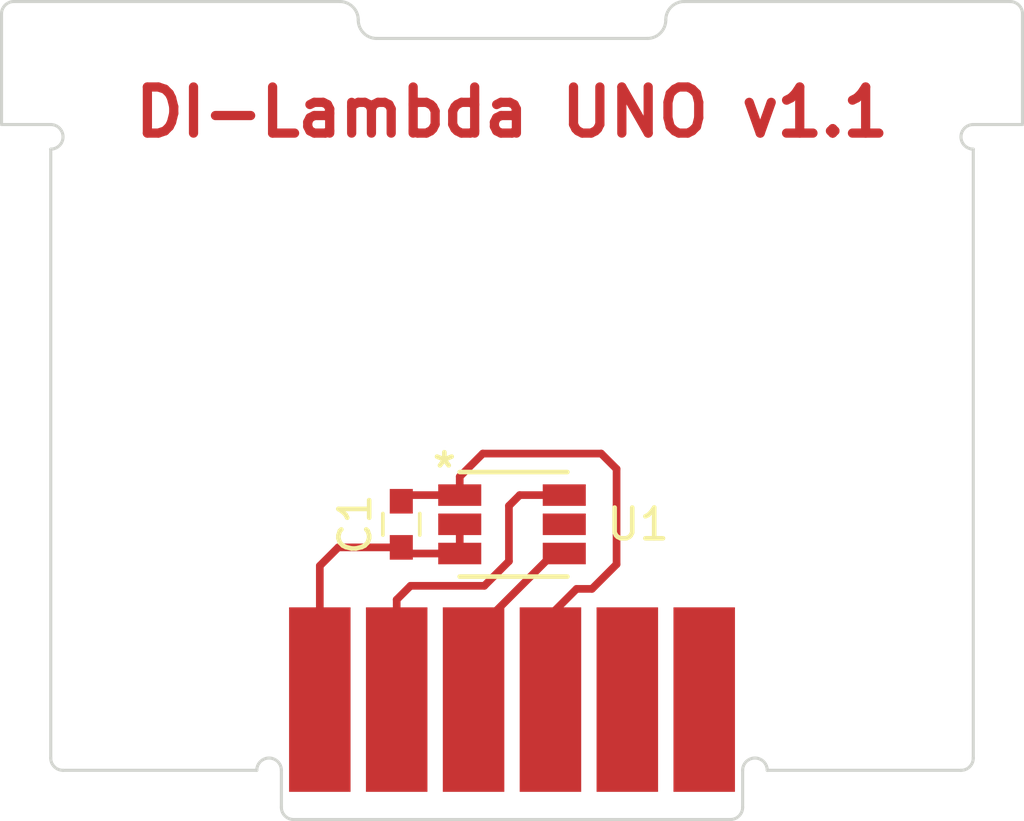
<source format=kicad_pcb>
(kicad_pcb (version 20170123) (host pcbnew "(2017-09-07 revision 3b08636)-master")

  (general
    (thickness 1.6)
    (drawings 32)
    (tracks 27)
    (zones 0)
    (modules 3)
    (nets 8)
  )

  (page A4)
  (layers
    (0 F.Cu signal)
    (31 B.Cu signal)
    (32 B.Adhes user)
    (33 F.Adhes user)
    (34 B.Paste user)
    (35 F.Paste user)
    (36 B.SilkS user)
    (37 F.SilkS user)
    (38 B.Mask user)
    (39 F.Mask user)
    (40 Dwgs.User user)
    (41 Cmts.User user)
    (42 Eco1.User user)
    (43 Eco2.User user)
    (44 Edge.Cuts user)
    (45 Margin user)
    (46 B.CrtYd user)
    (47 F.CrtYd user)
    (48 B.Fab user)
    (49 F.Fab user)
  )

  (setup
    (last_trace_width 0.25)
    (trace_clearance 0.2)
    (zone_clearance 0.508)
    (zone_45_only no)
    (trace_min 0.2)
    (segment_width 0.2)
    (edge_width 0.2)
    (via_size 0.8)
    (via_drill 0.4)
    (via_min_size 0.4)
    (via_min_drill 0.3)
    (uvia_size 0.3)
    (uvia_drill 0.1)
    (uvias_allowed no)
    (uvia_min_size 0.2)
    (uvia_min_drill 0.1)
    (pcb_text_width 0.3)
    (pcb_text_size 1.5 1.5)
    (mod_edge_width 0.15)
    (mod_text_size 1 1)
    (mod_text_width 0.15)
    (pad_size 1.524 1.524)
    (pad_drill 0.762)
    (pad_to_mask_clearance 0.2)
    (aux_axis_origin 143.4 67)
    (grid_origin 152.7 92)
    (visible_elements FFFFFF7F)
    (pcbplotparams
      (layerselection 0x000f0_7fffffff)
      (usegerberextensions true)
      (usegerberattributes true)
      (usegerberadvancedattributes true)
      (creategerberjobfile true)
      (excludeedgelayer false)
      (linewidth 0.100000)
      (plotframeref false)
      (viasonmask false)
      (mode 1)
      (useauxorigin true)
      (hpglpennumber 1)
      (hpglpenspeed 20)
      (hpglpendiameter 15)
      (psnegative false)
      (psa4output false)
      (plotreference true)
      (plotvalue true)
      (plotinvisibletext false)
      (padsonsilk false)
      (subtractmaskfromsilk false)
      (outputformat 1)
      (mirror false)
      (drillshape 0)
      (scaleselection 1)
      (outputdirectory DI-Lambda-UNO-panel-TSL2561-v1.0-gerbers-20170824/))
  )

  (net 0 "")
  (net 1 /VCC)
  (net 2 GND)
  (net 3 /SCL)
  (net 4 "Net-(U1-Pad5)")
  (net 5 /SDA)
  (net 6 "Net-(J1-Pad5)")
  (net 7 "Net-(J1-Pad6)")

  (net_class Default "This is the default net class."
    (clearance 0.2)
    (trace_width 0.25)
    (via_dia 0.8)
    (via_drill 0.4)
    (uvia_dia 0.3)
    (uvia_drill 0.1)
    (add_net /SCL)
    (add_net /SDA)
    (add_net /VCC)
    (add_net GND)
    (add_net "Net-(J1-Pad5)")
    (add_net "Net-(J1-Pad6)")
    (add_net "Net-(U1-Pad5)")
  )

  (module Spring-contact-connector-2:Contact-2.5x6 (layer F.Cu) (tedit 59ED5B97) (tstamp 59FD5CD9)
    (at 160 90.7)
    (path /59A86E68)
    (fp_text reference J1 (at -0.6 0.1) (layer F.SilkS) hide
      (effects (font (size 1 1) (thickness 0.15)))
    )
    (fp_text value Conn_01X06 (at 0 1.5) (layer F.Fab)
      (effects (font (size 1 1) (thickness 0.15)))
    )
    (pad 6 smd rect (at 6.25 -1) (size 2 6) (layers F.Cu F.Paste F.Mask)
      (net 7 "Net-(J1-Pad6)"))
    (pad 5 smd rect (at 3.75 -1) (size 2 6) (layers F.Cu F.Paste F.Mask)
      (net 6 "Net-(J1-Pad5)"))
    (pad 4 smd rect (at 1.25 -1) (size 2 6) (layers F.Cu F.Paste F.Mask)
      (net 1 /VCC))
    (pad 3 smd rect (at -1.25 -1) (size 2 6) (layers F.Cu F.Paste F.Mask)
      (net 3 /SCL))
    (pad 2 smd rect (at -3.75 -1) (size 2 6) (layers F.Cu F.Paste F.Mask)
      (net 5 /SDA))
    (pad 1 smd rect (at -6.25 -1) (size 2 6) (layers F.Cu F.Paste F.Mask)
      (net 2 GND))
  )

  (module Capacitors_SMD:C_0603 (layer F.Cu) (tedit 5415D631) (tstamp 59FD5CE9)
    (at 156.4 84 270)
    (descr "Capacitor SMD 0603, reflow soldering, AVX (see smccp.pdf)")
    (tags "capacitor 0603")
    (path /59A87334)
    (attr smd)
    (fp_text reference C1 (at 0 1.5 270) (layer F.SilkS)
      (effects (font (size 1 1) (thickness 0.15)))
    )
    (fp_text value C_Small (at 0 1.9 270) (layer F.Fab)
      (effects (font (size 1 1) (thickness 0.15)))
    )
    (fp_line (start 0.35 0.6) (end -0.35 0.6) (layer F.SilkS) (width 0.12))
    (fp_line (start -0.35 -0.6) (end 0.35 -0.6) (layer F.SilkS) (width 0.12))
    (fp_line (start 1.45 -0.75) (end 1.45 0.75) (layer F.CrtYd) (width 0.05))
    (fp_line (start -1.45 -0.75) (end -1.45 0.75) (layer F.CrtYd) (width 0.05))
    (fp_line (start -1.45 0.75) (end 1.45 0.75) (layer F.CrtYd) (width 0.05))
    (fp_line (start -1.45 -0.75) (end 1.45 -0.75) (layer F.CrtYd) (width 0.05))
    (fp_line (start -0.8 -0.4) (end 0.8 -0.4) (layer F.Fab) (width 0.1))
    (fp_line (start 0.8 -0.4) (end 0.8 0.4) (layer F.Fab) (width 0.1))
    (fp_line (start 0.8 0.4) (end -0.8 0.4) (layer F.Fab) (width 0.1))
    (fp_line (start -0.8 0.4) (end -0.8 -0.4) (layer F.Fab) (width 0.1))
    (pad 2 smd rect (at 0.75 0 270) (size 0.8 0.75) (layers F.Cu F.Paste F.Mask)
      (net 2 GND))
    (pad 1 smd rect (at -0.75 0 270) (size 0.8 0.75) (layers F.Cu F.Paste F.Mask)
      (net 1 /VCC))
    (model Capacitors_SMD.3dshapes/C_0603.wrl
      (at (xyz 0 0 0))
      (scale (xyz 1 1 1))
      (rotate (xyz 0 0 0))
    )
  )

  (module TMB:TMB-6 (layer F.Cu) (tedit 55C9913D) (tstamp 59FD5CCF)
    (at 160 84)
    (path /59A86D69)
    (fp_text reference U1 (at 4.1 0) (layer F.SilkS)
      (effects (font (size 1 1) (thickness 0.15)))
    )
    (fp_text value TSL2561 (at -0.05 -3.25) (layer F.Fab)
      (effects (font (size 1 1) (thickness 0.15)))
    )
    (fp_text user * (at -2.2 -1.8) (layer F.SilkS)
      (effects (font (size 1 1) (thickness 0.15)))
    )
    (fp_line (start -1.7 1.7) (end 1.8 1.7) (layer F.SilkS) (width 0.15))
    (fp_line (start -1.7 -1.7) (end 1.8 -1.7) (layer F.SilkS) (width 0.15))
    (pad 1 smd rect (at -1.7 -0.95) (size 1.4 0.7) (layers F.Cu F.Paste F.Mask)
      (net 1 /VCC))
    (pad 2 smd rect (at -1.7 0) (size 1.4 0.7) (layers F.Cu F.Paste F.Mask)
      (net 2 GND))
    (pad 3 smd rect (at -1.7 0.95) (size 1.4 0.7) (layers F.Cu F.Paste F.Mask)
      (net 2 GND))
    (pad 4 smd rect (at 1.7 0.95) (size 1.4 0.7) (layers F.Cu F.Paste F.Mask)
      (net 3 /SCL))
    (pad 5 smd rect (at 1.7 0) (size 1.4 0.7) (layers F.Cu F.Paste F.Mask)
      (net 4 "Net-(U1-Pad5)"))
    (pad 6 smd rect (at 1.7 -0.95) (size 1.4 0.7) (layers F.Cu F.Paste F.Mask)
      (net 5 /SDA))
  )

  (gr_text "DI-Lambda UNO v1.1" (at 160 70.6) (layer F.Cu)
    (effects (font (size 1.5 1.5) (thickness 0.3)))
  )
  (dimension 4 (width 0.3) (layer Eco1.User)
    (gr_text "4.000 mm" (at 168.75 90 90) (layer Eco1.User) (tstamp 59ED5BFB)
      (effects (font (size 1.5 1.5) (thickness 0.3)))
    )
    (feature1 (pts (xy 151.7 88) (xy 170.1 88)))
    (feature2 (pts (xy 151.7 92) (xy 170.1 92)))
    (crossbar (pts (xy 167.4 92) (xy 167.4 88)))
    (arrow1a (pts (xy 167.4 88) (xy 167.986421 89.126504)))
    (arrow1b (pts (xy 167.4 88) (xy 166.813579 89.126504)))
    (arrow2a (pts (xy 167.4 92) (xy 167.986421 90.873496)))
    (arrow2b (pts (xy 167.4 92) (xy 166.813579 90.873496)))
  )
  (dimension 8 (width 0.3) (layer Eco1.User)
    (gr_text "8.000 mm" (at 166.05 88 90) (layer Eco1.User) (tstamp 59ED5BFC)
      (effects (font (size 1.5 1.5) (thickness 0.3)))
    )
    (feature1 (pts (xy 151.7 84) (xy 167.4 84)))
    (feature2 (pts (xy 151.7 92) (xy 167.4 92)))
    (crossbar (pts (xy 164.7 92) (xy 164.7 84)))
    (arrow1a (pts (xy 164.7 84) (xy 165.286421 85.126504)))
    (arrow1b (pts (xy 164.7 84) (xy 164.113579 85.126504)))
    (arrow2a (pts (xy 164.7 92) (xy 165.286421 90.873496)))
    (arrow2b (pts (xy 164.7 92) (xy 164.113579 90.873496)))
  )
  (dimension 7.5 (width 0.3) (layer Eco1.User)
    (gr_text "7.500 mm" (at 156.25 77.55) (layer Eco1.User) (tstamp 59ED5BFD)
      (effects (font (size 1.5 1.5) (thickness 0.3)))
    )
    (feature1 (pts (xy 160 92.1) (xy 160 76.2)))
    (feature2 (pts (xy 152.5 92.1) (xy 152.5 76.2)))
    (crossbar (pts (xy 152.5 78.9) (xy 160 78.9)))
    (arrow1a (pts (xy 160 78.9) (xy 158.873496 79.486421)))
    (arrow1b (pts (xy 160 78.9) (xy 158.873496 78.313579)))
    (arrow2a (pts (xy 152.5 78.9) (xy 153.626504 79.486421)))
    (arrow2b (pts (xy 152.5 78.9) (xy 153.626504 78.313579)))
  )
  (gr_arc (start 175 71.4) (end 175 71.8) (angle 180) (layer Edge.Cuts) (width 0.1) (tstamp 599B4199))
  (gr_arc (start 145 71.4) (end 145 71) (angle 180) (layer Edge.Cuts) (width 0.1) (tstamp 599B4195))
  (gr_arc (start 176.2 67.4) (end 176.2 67) (angle 90) (layer Edge.Cuts) (width 0.1) (tstamp 599B4161))
  (gr_arc (start 143.8 67.4) (end 143.4 67.4) (angle 90) (layer Edge.Cuts) (width 0.1) (tstamp 599B362C))
  (gr_arc (start 174.6 91.6) (end 175 91.6) (angle 90) (layer Edge.Cuts) (width 0.1) (tstamp 599B361A))
  (gr_arc (start 145.4 91.6) (end 145.4 92) (angle 90) (layer Edge.Cuts) (width 0.1) (tstamp 599B360F))
  (gr_arc (start 167.1 93.2) (end 167.5 93.2) (angle 90) (layer Edge.Cuts) (width 0.1) (tstamp 599B3600))
  (gr_arc (start 152.9 93.2) (end 152.9 93.6) (angle 90) (layer Edge.Cuts) (width 0.1) (tstamp 599B35F4))
  (gr_arc (start 167.9 92) (end 167.5 92) (angle 180) (layer Edge.Cuts) (width 0.1) (tstamp 599B35E7))
  (gr_arc (start 152.1 92) (end 151.7 92) (angle 180) (layer Edge.Cuts) (width 0.1) (tstamp 599B35D7))
  (gr_arc (start 164.4 67.6) (end 165 67.6) (angle 90) (layer Edge.Cuts) (width 0.1) (tstamp 599B35B5))
  (gr_arc (start 165.6 67.6) (end 165 67.6) (angle 90) (layer Edge.Cuts) (width 0.1) (tstamp 599B35AF))
  (gr_arc (start 154.4 67.6) (end 154.4 67) (angle 90) (layer Edge.Cuts) (width 0.1) (tstamp 599B356A))
  (gr_arc (start 155.6 67.6) (end 155.6 68.2) (angle 90) (layer Edge.Cuts) (width 0.1))
  (gr_line (start 175 91.6) (end 175 71.8) (layer Edge.Cuts) (width 0.1))
  (gr_line (start 154.4 67) (end 143.8 67) (layer Edge.Cuts) (width 0.1))
  (gr_line (start 175 71) (end 176.6 71) (layer Edge.Cuts) (width 0.1))
  (gr_line (start 145 91.6) (end 145 71.8) (layer Edge.Cuts) (width 0.1))
  (gr_line (start 174.6 92) (end 168.3 92) (layer Edge.Cuts) (width 0.1))
  (gr_line (start 176.6 67.4) (end 176.6 71) (layer Edge.Cuts) (width 0.1))
  (gr_line (start 167.5 93.2) (end 167.5 92) (layer Edge.Cuts) (width 0.1))
  (gr_line (start 152.9 93.6) (end 167.1 93.6) (layer Edge.Cuts) (width 0.1))
  (gr_line (start 143.4 71) (end 143.4 67.4) (layer Edge.Cuts) (width 0.1))
  (gr_line (start 145 71) (end 143.4 71) (layer Edge.Cuts) (width 0.1))
  (gr_line (start 152.5 92) (end 152.5 93.2) (layer Edge.Cuts) (width 0.1))
  (gr_line (start 145.4 92) (end 151.7 92) (layer Edge.Cuts) (width 0.1))
  (gr_line (start 176.2 67) (end 165.6 67) (layer Edge.Cuts) (width 0.1))
  (gr_line (start 155.6 68.2) (end 164.4 68.2) (layer Edge.Cuts) (width 0.1))

  (segment (start 158.3 83.05) (end 158.3 82.45) (width 0.25) (layer F.Cu) (net 1))
  (segment (start 158.3 82.45) (end 159.05 81.7) (width 0.25) (layer F.Cu) (net 1))
  (segment (start 159.05 81.7) (end 162.9 81.7) (width 0.25) (layer F.Cu) (net 1))
  (segment (start 162.9 81.7) (end 163.4 82.2) (width 0.25) (layer F.Cu) (net 1))
  (segment (start 163.4 82.2) (end 163.4 85.3) (width 0.25) (layer F.Cu) (net 1))
  (segment (start 163.4 85.3) (end 162.6 86.1) (width 0.25) (layer F.Cu) (net 1))
  (segment (start 162.6 86.1) (end 162.1 86.1) (width 0.25) (layer F.Cu) (net 1))
  (segment (start 162.1 86.1) (end 161.25 86.95) (width 0.25) (layer F.Cu) (net 1))
  (segment (start 161.25 86.95) (end 161.25 88.2) (width 0.25) (layer F.Cu) (net 1))
  (segment (start 158.3 83.05) (end 156.6 83.05) (width 0.25) (layer F.Cu) (net 1))
  (segment (start 156.6 83.05) (end 156.4 83.25) (width 0.25) (layer F.Cu) (net 1))
  (segment (start 158.3 84.95) (end 156.6 84.95) (width 0.25) (layer F.Cu) (net 2))
  (segment (start 156.6 84.95) (end 156.4 84.75) (width 0.25) (layer F.Cu) (net 2))
  (segment (start 158.3 84) (end 158.3 84.95) (width 0.25) (layer F.Cu) (net 2))
  (segment (start 154.35 84.75) (end 153.75 85.35) (width 0.25) (layer F.Cu) (net 2))
  (segment (start 153.75 85.35) (end 153.75 88.2) (width 0.25) (layer F.Cu) (net 2))
  (segment (start 156.4 84.75) (end 154.35 84.75) (width 0.25) (layer F.Cu) (net 2))
  (segment (start 158.75 88.2) (end 158.75 87.55) (width 0.25) (layer F.Cu) (net 3))
  (segment (start 158.75 87.55) (end 161.35 84.95) (width 0.25) (layer F.Cu) (net 3))
  (segment (start 161.35 84.95) (end 161.7 84.95) (width 0.25) (layer F.Cu) (net 3))
  (segment (start 159.9 83.4) (end 160.25 83.05) (width 0.25) (layer F.Cu) (net 5))
  (segment (start 160.25 83.05) (end 161.7 83.05) (width 0.25) (layer F.Cu) (net 5))
  (segment (start 159.9 85.2) (end 159.9 83.4) (width 0.25) (layer F.Cu) (net 5))
  (segment (start 159.1 86) (end 159.9 85.2) (width 0.25) (layer F.Cu) (net 5))
  (segment (start 156.7 86) (end 159.1 86) (width 0.25) (layer F.Cu) (net 5))
  (segment (start 156.25 88.2) (end 156.25 86.45) (width 0.25) (layer F.Cu) (net 5))
  (segment (start 156.25 86.45) (end 156.7 86) (width 0.25) (layer F.Cu) (net 5))

)

</source>
